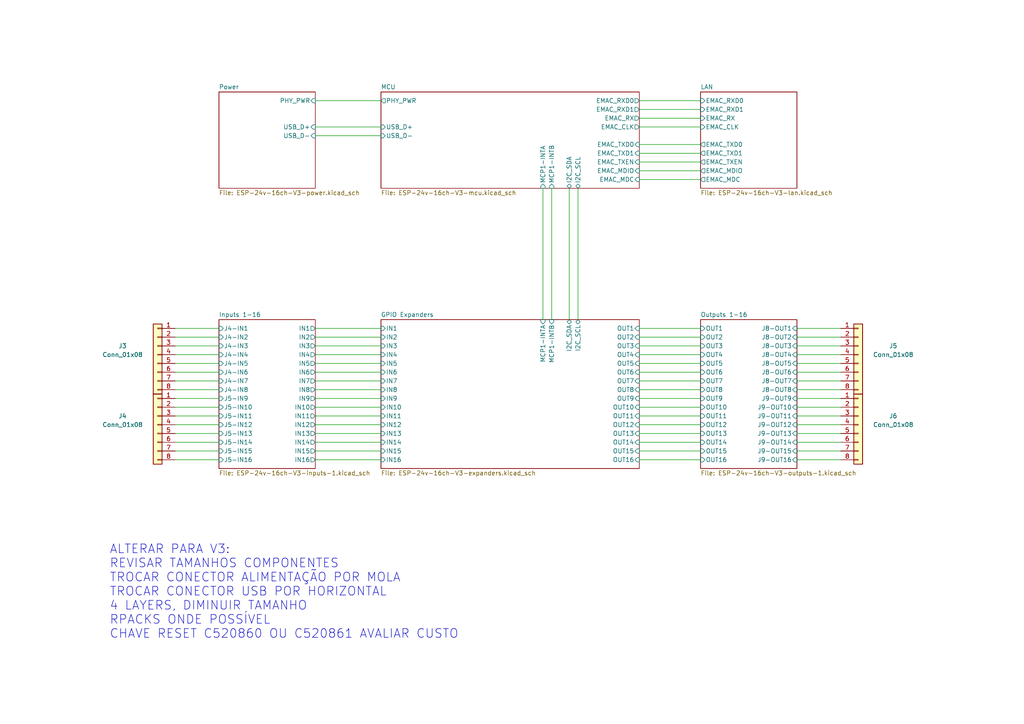
<source format=kicad_sch>
(kicad_sch (version 20230121) (generator eeschema)
  (paper "A4")
  (title_block (title "ESP 16x 24VDC Input 16x 24VDC Output Module") (date "2023-05-05") (rev "V3"))
  (lib_symbols
    (symbol "Connector_Generic:Conn_01x08" (pin_names (offset 1.016) hide)
      (property "Reference" "J" (at 0 10.16 0))
      (property "Value" "Conn_01x08" (at 0 -12.7 0))
      (symbol "Conn_01x08_1_1"
        (rectangle (start -1.27 -10.033) (end 0 -10.287) (stroke (width 0.1524)))
        (rectangle (start -1.27 -7.493) (end 0 -7.747) (stroke (width 0.1524)))
        (rectangle (start -1.27 -4.953) (end 0 -5.207) (stroke (width 0.1524)))
        (rectangle (start -1.27 -2.413) (end 0 -2.667) (stroke (width 0.1524)))
        (rectangle (start -1.27 0.127) (end 0 -0.127) (stroke (width 0.1524)))
        (rectangle (start -1.27 2.667) (end 0 2.413) (stroke (width 0.1524)))
        (rectangle (start -1.27 5.207) (end 0 4.953) (stroke (width 0.1524)))
        (rectangle (start -1.27 7.747) (end 0 7.493) (stroke (width 0.1524)))
        (rectangle (start -1.27 8.89) (end 1.27 -11.43) (stroke (width 0.254)) (fill (type background)))
        (pin passive line (at -5.08 7.62 0) (length 3.81) (name "Pin_1") (number "1"))
        (pin passive line (at -5.08 5.08 0) (length 3.81) (name "Pin_2") (number "2"))
        (pin passive line (at -5.08 2.54 0) (length 3.81) (name "Pin_3") (number "3"))
        (pin passive line (at -5.08 0 0) (length 3.81) (name "Pin_4") (number "4"))
        (pin passive line (at -5.08 -2.54 0) (length 3.81) (name "Pin_5") (number "5"))
        (pin passive line (at -5.08 -5.08 0) (length 3.81) (name "Pin_6") (number "6"))
        (pin passive line (at -5.08 -7.62 0) (length 3.81) (name "Pin_7") (number "7"))
        (pin passive line (at -5.08 -10.16 0) (length 3.81) (name "Pin_8") (number "8"))
      )
    )
  )
  (wire (pts (xy 91.44 133.35) (xy 110.49 133.35)))
  (wire (pts (xy 91.44 36.83) (xy 110.49 36.83)))
  (wire (pts (xy 91.44 115.57) (xy 110.49 115.57)))
  (wire (pts (xy 185.42 41.91) (xy 203.2 41.91)))
  (wire (pts (xy 231.14 100.33) (xy 243.84 100.33)))
  (wire (pts (xy 185.42 52.07) (xy 203.2 52.07)))
  (wire (pts (xy 50.8 97.79) (xy 63.5 97.79)))
  (wire (pts (xy 231.14 133.35) (xy 243.84 133.35)))
  (wire (pts (xy 231.14 110.49) (xy 243.84 110.49)))
  (wire (pts (xy 91.44 29.21) (xy 110.49 29.21)))
  (wire (pts (xy 91.44 123.19) (xy 110.49 123.19)))
  (wire (pts (xy 185.42 34.29) (xy 203.2 34.29)))
  (wire (pts (xy 50.8 128.27) (xy 63.5 128.27)))
  (wire (pts (xy 231.14 95.25) (xy 243.84 95.25)))
  (wire (pts (xy 231.14 130.81) (xy 243.84 130.81)))
  (wire (pts (xy 91.44 120.65) (xy 110.49 120.65)))
  (wire (pts (xy 185.42 100.33) (xy 203.2 100.33)))
  (wire (pts (xy 165.1 54.61) (xy 165.1 92.71)))
  (wire (pts (xy 185.42 123.19) (xy 203.2 123.19)))
  (wire (pts (xy 231.14 102.87) (xy 243.84 102.87)))
  (wire (pts (xy 50.8 107.95) (xy 63.5 107.95)))
  (wire (pts (xy 91.44 118.11) (xy 110.49 118.11)))
  (wire (pts (xy 50.8 133.35) (xy 63.5 133.35)))
  (wire (pts (xy 50.8 113.03) (xy 63.5 113.03)))
  (wire (pts (xy 231.14 128.27) (xy 243.84 128.27)))
  (wire (pts (xy 91.44 105.41) (xy 110.49 105.41)))
  (wire (pts (xy 185.42 31.75) (xy 203.2 31.75)))
  (wire (pts (xy 185.42 97.79) (xy 203.2 97.79)))
  (wire (pts (xy 185.42 44.45) (xy 203.2 44.45)))
  (wire (pts (xy 231.14 123.19) (xy 243.84 123.19)))
  (wire (pts (xy 185.42 102.87) (xy 203.2 102.87)))
  (wire (pts (xy 50.8 115.57) (xy 63.5 115.57)))
  (wire (pts (xy 231.14 125.73) (xy 243.84 125.73)))
  (wire (pts (xy 91.44 130.81) (xy 110.49 130.81)))
  (wire (pts (xy 91.44 125.73) (xy 110.49 125.73)))
  (wire (pts (xy 185.42 113.03) (xy 203.2 113.03)))
  (wire (pts (xy 185.42 110.49) (xy 203.2 110.49)))
  (wire (pts (xy 185.42 107.95) (xy 203.2 107.95)))
  (wire (pts (xy 185.42 105.41) (xy 203.2 105.41)))
  (wire (pts (xy 50.8 102.87) (xy 63.5 102.87)))
  (wire (pts (xy 50.8 105.41) (xy 63.5 105.41)))
  (wire (pts (xy 50.8 130.81) (xy 63.5 130.81)))
  (wire (pts (xy 231.14 113.03) (xy 243.84 113.03)))
  (wire (pts (xy 50.8 100.33) (xy 63.5 100.33)))
  (wire (pts (xy 91.44 95.25) (xy 110.49 95.25)))
  (wire (pts (xy 91.44 102.87) (xy 110.49 102.87)))
  (wire (pts (xy 91.44 100.33) (xy 110.49 100.33)))
  (wire (pts (xy 91.44 107.95) (xy 110.49 107.95)))
  (wire (pts (xy 185.42 95.25) (xy 203.2 95.25)))
  (wire (pts (xy 160.02 54.61) (xy 160.02 92.71)))
  (wire (pts (xy 91.44 110.49) (xy 110.49 110.49)))
  (wire (pts (xy 185.42 49.53) (xy 203.2 49.53)))
  (wire (pts (xy 185.42 118.11) (xy 203.2 118.11)))
  (wire (pts (xy 50.8 125.73) (xy 63.5 125.73)))
  (wire (pts (xy 91.44 39.37) (xy 110.49 39.37)))
  (wire (pts (xy 231.14 107.95) (xy 243.84 107.95)))
  (wire (pts (xy 157.48 54.61) (xy 157.48 92.71)))
  (wire (pts (xy 185.42 130.81) (xy 203.2 130.81)))
  (wire (pts (xy 185.42 46.99) (xy 203.2 46.99)))
  (wire (pts (xy 91.44 128.27) (xy 110.49 128.27)))
  (wire (pts (xy 50.8 95.25) (xy 63.5 95.25)))
  (wire (pts (xy 231.14 118.11) (xy 243.84 118.11)))
  (wire (pts (xy 50.8 123.19) (xy 63.5 123.19)))
  (wire (pts (xy 91.44 97.79) (xy 110.49 97.79)))
  (wire (pts (xy 50.8 118.11) (xy 63.5 118.11)))
  (wire (pts (xy 185.42 120.65) (xy 203.2 120.65)))
  (wire (pts (xy 185.42 133.35) (xy 203.2 133.35)))
  (wire (pts (xy 167.64 54.61) (xy 167.64 92.71)))
  (wire (pts (xy 231.14 120.65) (xy 243.84 120.65)))
  (wire (pts (xy 185.42 125.73) (xy 203.2 125.73)))
  (wire (pts (xy 50.8 120.65) (xy 63.5 120.65)))
  (wire (pts (xy 231.14 105.41) (xy 243.84 105.41)))
  (wire (pts (xy 185.42 128.27) (xy 203.2 128.27)))
  (wire (pts (xy 91.44 113.03) (xy 110.49 113.03)))
  (wire (pts (xy 50.8 110.49) (xy 63.5 110.49)))
  (wire (pts (xy 185.42 36.83) (xy 203.2 36.83)))
  (wire (pts (xy 231.14 115.57) (xy 243.84 115.57)))
  (wire (pts (xy 185.42 29.21) (xy 203.2 29.21)))
  (wire (pts (xy 185.42 115.57) (xy 203.2 115.57)))
  (wire (pts (xy 231.14 97.79) (xy 243.84 97.79)))
  (text "ALTERAR PARA V3:\nREVISAR TAMANHOS COMPONENTES\nTROCAR CONECTOR ALIMENTAÇÃO POR MOLA\nTROCAR CONECTOR USB POR HORIZONTAL\n4 LAYERS, DIMINUIR TAMANHO\nRPACKS ONDE POSSÍVEL\nCHAVE RESET C520860 OU C520861 AVALIAR CUSTO" (at 31.75 185.42 0) (effects (font (size 2.54 2.54)) (justify left bottom)))
  (symbol (lib_id "Connector_Generic:Conn_01x08") (at 248.92 123.19 0) (unit 1)
    (property "Reference" "J6" (at 259.08 120.65 0))
    (property "Value" "Conn_01x08" (at 259.08 123.19 0))
    (property "Footprint" "Tales:TerminalBlock_Phoenix_FFKDSA1-V-2.54-8_1x08_P2.54mm_Vertical" (effects hide))
    (property "JLCPCB BOM" "1" (effects hide))
    (property "LCSC Part #" "C2898750" (effects hide))
    (property "Mfr" "DIBO" (effects hide))
    (property "Mfr PN" "DB141V-2.54-8P" (effects hide))
    (property "Vendor" "JLCPCB" (effects hide))
    (property "Vendor PN" "C2898750" (effects hide))
  )
  (symbol (lib_id "Connector_Generic:Conn_01x08") (at 248.92 102.87 0) (unit 1)
    (property "Reference" "J5" (at 259.08 100.33 0))
    (property "Value" "Conn_01x08" (at 259.08 102.87 0))
    (property "Footprint" "Tales:TerminalBlock_Phoenix_FFKDSA1-V-2.54-8_1x08_P2.54mm_Vertical" (effects hide))
    (property "JLCPCB BOM" "1" (effects hide))
    (property "LCSC Part #" "C2898750" (effects hide))
    (property "Mfr" "DIBO" (effects hide))
    (property "Mfr PN" "DB141V-2.54-8P" (effects hide))
    (property "Vendor" "JLCPCB" (effects hide))
    (property "Vendor PN" "C2898750" (effects hide))
  )
  (symbol (lib_id "Connector_Generic:Conn_01x08") (at 45.72 123.19 0) (mirror y) (unit 1)
    (property "Reference" "J4" (at 35.56 120.65 0))
    (property "Value" "Conn_01x08" (at 35.56 123.19 0))
    (property "Footprint" "Tales:TerminalBlock_Phoenix_FFKDSA1-V-2.54-8_1x08_P2.54mm_Vertical" (effects hide))
    (property "JLCPCB BOM" "1" (effects hide))
    (property "LCSC Part #" "C2898750" (effects hide))
    (property "Mfr" "DIBO" (effects hide))
    (property "Mfr PN" "DB141V-2.54-8P" (effects hide))
    (property "Vendor" "JLCPCB" (effects hide))
    (property "Vendor PN" "C2898750" (effects hide))
  )
  (symbol (lib_id "Connector_Generic:Conn_01x08") (at 45.72 102.87 0) (mirror y) (unit 1)
    (property "Reference" "J3" (at 35.56 100.33 0))
    (property "Value" "Conn_01x08" (at 35.56 102.87 0))
    (property "Footprint" "Tales:TerminalBlock_Phoenix_FFKDSA1-V-2.54-8_1x08_P2.54mm_Vertical" (effects hide))
    (property "JLCPCB BOM" "1" (effects hide))
    (property "LCSC Part #" "C2898750" (effects hide))
    (property "Mfr" "DIBO" (effects hide))
    (property "Mfr PN" "DB141V-2.54-8P" (effects hide))
    (property "Vendor" "JLCPCB" (effects hide))
    (property "Vendor PN" "C2898750" (effects hide))
  )
  (sheet (at 203.2 92.71) (size 27.94 43.18) (stroke (width 0.1524))
    (property "Sheetname" "Outputs 1-16" (at 203.2 91.9984 0) (effects (justify left bottom)))
    (property "Sheetfile" "ESP-24v-16ch-V3-outputs-1.kicad_sch" (at 203.2 136.4746 0) (effects (justify left top)))
    (pin "OUT5" input (at 203.2 105.41 180))
    (pin "J8-OUT1" input (at 231.14 95.25 0))
    (pin "OUT1" input (at 203.2 95.25 180))
    (pin "OUT6" input (at 203.2 107.95 180))
    (pin "OUT7" input (at 203.2 110.49 180))
    (pin "OUT2" input (at 203.2 97.79 180))
    (pin "J8-OUT3" input (at 231.14 100.33 0))
    (pin "J8-OUT2" input (at 231.14 97.79 0))
    (pin "J8-OUT4" input (at 231.14 102.87 0))
    (pin "OUT4" input (at 203.2 102.87 180))
    (pin "OUT3" input (at 203.2 100.33 180))
    (pin "J8-OUT6" input (at 231.14 107.95 0))
    (pin "J8-OUT7" input (at 231.14 110.49 0))
    (pin "OUT11" input (at 203.2 120.65 180))
    (pin "OUT10" input (at 203.2 118.11 180))
    (pin "OUT9" input (at 203.2 115.57 180))
    (pin "J8-OUT5" input (at 231.14 105.41 0))
    (pin "J8-OUT8" input (at 231.14 113.03 0))
    (pin "OUT12" input (at 203.2 123.19 180))
    (pin "OUT8" input (at 203.2 113.03 180))
    (pin "J9-OUT9" input (at 231.14 115.57 0))
    (pin "J9-OUT10" input (at 231.14 118.11 0))
    (pin "J9-OUT11" input (at 231.14 120.65 0))
    (pin "J9-OUT12" input (at 231.14 123.19 0))
    (pin "OUT13" input (at 203.2 125.73 180))
    (pin "OUT14" input (at 203.2 128.27 180))
    (pin "J9-OUT13" input (at 231.14 125.73 0))
    (pin "J9-OUT14" input (at 231.14 128.27 0))
    (pin "OUT15" input (at 203.2 130.81 180))
    (pin "J9-OUT15" input (at 231.14 130.81 0))
    (pin "OUT16" input (at 203.2 133.35 180))
    (pin "J9-OUT16" input (at 231.14 133.35 0))
  )
  (sheet (at 63.5 26.67) (size 27.94 27.94) (stroke (width 0.1524))
    (property "Sheetname" "Power" (at 63.5 25.9584 0) (effects (justify left bottom)))
    (property "Sheetfile" "ESP-24v-16ch-V3-power.kicad_sch" (at 63.5 55.1946 0) (effects (justify left top)))
    (pin "PHY_PWR" input (at 91.44 29.21 0))
    (pin "USB_D+" input (at 91.44 36.83 0))
    (pin "USB_D-" input (at 91.44 39.37 0))
  )
  (sheet (at 63.5 92.71) (size 27.94 43.18) (stroke (width 0.1524))
    (property "Sheetname" "Inputs 1-16" (at 63.5 91.9984 0) (effects (justify left bottom)))
    (property "Sheetfile" "ESP-24v-16ch-V3-inputs-1.kicad_sch" (at 63.5 136.4746 0) (effects (justify left top)))
    (pin "IN7" output (at 91.44 110.49 0))
    (pin "IN8" output (at 91.44 113.03 0))
    (pin "IN4" output (at 91.44 102.87 0))
    (pin "IN3" output (at 91.44 100.33 0))
    (pin "IN5" output (at 91.44 105.41 0))
    (pin "IN6" output (at 91.44 107.95 0))
    (pin "IN2" output (at 91.44 97.79 0))
    (pin "IN1" output (at 91.44 95.25 0))
    (pin "IN14" output (at 91.44 128.27 0))
    (pin "IN10" output (at 91.44 118.11 0))
    (pin "IN15" output (at 91.44 130.81 0))
    (pin "IN16" output (at 91.44 133.35 0))
    (pin "IN9" output (at 91.44 115.57 0))
    (pin "IN12" output (at 91.44 123.19 0))
    (pin "IN11" output (at 91.44 120.65 0))
    (pin "IN13" output (at 91.44 125.73 0))
    (pin "J4-IN4" input (at 63.5 102.87 180))
    (pin "J4-IN2" input (at 63.5 97.79 180))
    (pin "J4-IN1" input (at 63.5 95.25 180))
    (pin "J4-IN3" input (at 63.5 100.33 180))
    (pin "J4-IN7" input (at 63.5 110.49 180))
    (pin "J4-IN8" input (at 63.5 113.03 180))
    (pin "J4-IN6" input (at 63.5 107.95 180))
    (pin "J4-IN5" input (at 63.5 105.41 180))
    (pin "J5-IN16" input (at 63.5 133.35 180))
    (pin "J5-IN13" input (at 63.5 125.73 180))
    (pin "J5-IN14" input (at 63.5 128.27 180))
    (pin "J5-IN15" input (at 63.5 130.81 180))
    (pin "J5-IN9" input (at 63.5 115.57 180))
    (pin "J5-IN12" input (at 63.5 123.19 180))
    (pin "J5-IN10" input (at 63.5 118.11 180))
    (pin "J5-IN11" input (at 63.5 120.65 180))
  )
  (sheet (at 110.49 92.71) (size 74.93 43.18) (stroke (width 0.1524))
    (property "Sheetname" "GPIO Expanders" (at 110.49 91.9984 0) (effects (justify left bottom)))
    (property "Sheetfile" "ESP-24v-16ch-V3-expanders.kicad_sch" (at 110.49 136.4746 0) (effects (justify left top)))
    (pin "IN8" input (at 110.49 113.03 180))
    (pin "IN6" input (at 110.49 107.95 180))
    (pin "IN5" input (at 110.49 105.41 180))
    (pin "IN7" input (at 110.49 110.49 180))
    (pin "IN4" input (at 110.49 102.87 180))
    (pin "IN2" input (at 110.49 97.79 180))
    (pin "IN3" input (at 110.49 100.33 180))
    (pin "IN1" input (at 110.49 95.25 180))
    (pin "OUT14" input (at 185.42 128.27 0))
    (pin "OUT16" input (at 185.42 133.35 0))
    (pin "OUT15" input (at 185.42 130.81 0))
    (pin "OUT13" input (at 185.42 125.73 0))
    (pin "OUT9" input (at 185.42 115.57 0))
    (pin "OUT10" input (at 185.42 118.11 0))
    (pin "OUT11" input (at 185.42 120.65 0))
    (pin "OUT12" input (at 185.42 123.19 0))
    (pin "IN15" input (at 110.49 130.81 180))
    (pin "IN16" input (at 110.49 133.35 180))
    (pin "IN9" input (at 110.49 115.57 180))
    (pin "IN11" input (at 110.49 120.65 180))
    (pin "IN10" input (at 110.49 118.11 180))
    (pin "IN12" input (at 110.49 123.19 180))
    (pin "IN14" input (at 110.49 128.27 180))
    (pin "IN13" input (at 110.49 125.73 180))
    (pin "OUT4" input (at 185.42 102.87 0))
    (pin "OUT3" input (at 185.42 100.33 0))
    (pin "OUT5" input (at 185.42 105.41 0))
    (pin "OUT7" input (at 185.42 110.49 0))
    (pin "OUT6" input (at 185.42 107.95 0))
    (pin "OUT8" input (at 185.42 113.03 0))
    (pin "OUT2" input (at 185.42 97.79 0))
    (pin "OUT1" input (at 185.42 95.25 0))
    (pin "I2C_SDA" bidirectional (at 165.1 92.71 90))
    (pin "I2C_SCL" bidirectional (at 167.64 92.71 90))
    (pin "MCP1-INTB" input (at 160.02 92.71 90))
    (pin "MCP1-INTA" input (at 157.48 92.71 90))
  )
  (sheet (at 203.2 26.67) (size 27.94 27.94) (stroke (width 0.1524))
    (property "Sheetname" "LAN" (at 203.2 25.9584 0) (effects (justify left bottom)))
    (property "Sheetfile" "ESP-24v-16ch-V3-lan.kicad_sch" (at 203.2 55.1946 0) (effects (justify left top)))
    (pin "EMAC_RX" input (at 203.2 34.29 180))
    (pin "EMAC_MDIO" output (at 203.2 49.53 180))
    (pin "EMAC_TXD0" output (at 203.2 41.91 180))
    (pin "EMAC_TXD1" output (at 203.2 44.45 180))
    (pin "EMAC_TXEN" output (at 203.2 46.99 180))
    (pin "EMAC_RXD1" input (at 203.2 31.75 180))
    (pin "EMAC_RXD0" input (at 203.2 29.21 180))
    (pin "EMAC_MDC" output (at 203.2 52.07 180))
    (pin "EMAC_CLK" input (at 203.2 36.83 180))
  )
  (sheet (at 110.49 26.67) (size 74.93 27.94) (stroke (width 0.1524))
    (property "Sheetname" "MCU" (at 110.49 25.9584 0) (effects (justify left bottom)))
    (property "Sheetfile" "ESP-24v-16ch-V3-mcu.kicad_sch" (at 110.49 55.1946 0) (effects (justify left top)))
    (pin "PHY_PWR" output (at 110.49 29.21 180))
    (pin "EMAC_MDIO" input (at 185.42 49.53 0))
    (pin "EMAC_TXD0" input (at 185.42 41.91 0))
    (pin "EMAC_CLK" output (at 185.42 36.83 0))
    (pin "EMAC_MDC" input (at 185.42 52.07 0))
    (pin "EMAC_RXD0" output (at 185.42 29.21 0))
    (pin "EMAC_TXEN" input (at 185.42 46.99 0))
    (pin "EMAC_TXD1" input (at 185.42 44.45 0))
    (pin "EMAC_RXD1" output (at 185.42 31.75 0))
    (pin "EMAC_RX" output (at 185.42 34.29 0))
    (pin "I2C_SDA" bidirectional (at 165.1 54.61 270))
    (pin "I2C_SCL" bidirectional (at 167.64 54.61 270))
    (pin "MCP1-INTA" input (at 157.48 54.61 270))
    (pin "MCP1-INTB" input (at 160.02 54.61 270))
    (pin "USB_D+" input (at 110.49 36.83 180))
    (pin "USB_D-" input (at 110.49 39.37 180))
  )
)
</source>
